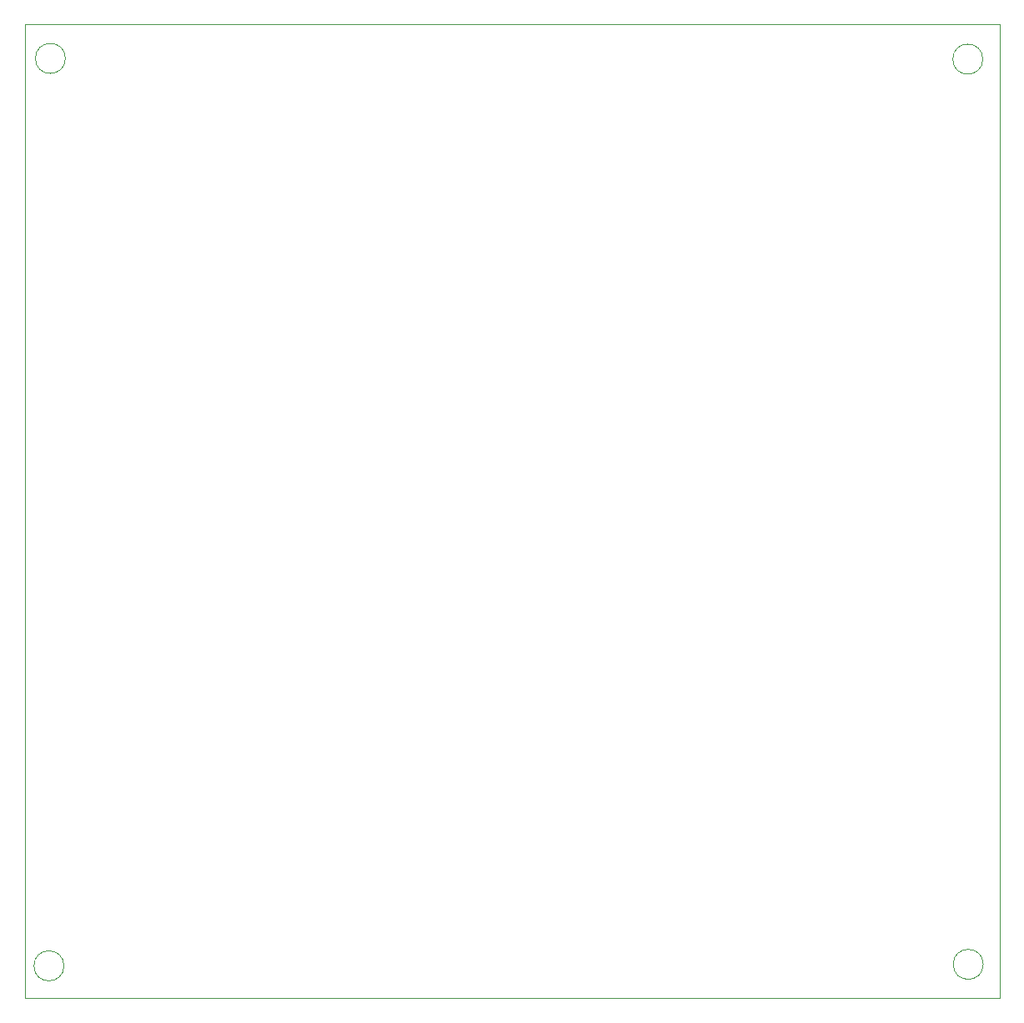
<source format=gbr>
%TF.GenerationSoftware,KiCad,Pcbnew,(6.0.2)*%
%TF.CreationDate,2022-05-05T17:12:40-07:00*%
%TF.ProjectId,Steve 68k,53746576-6520-4363-986b-2e6b69636164,rev?*%
%TF.SameCoordinates,Original*%
%TF.FileFunction,Profile,NP*%
%FSLAX46Y46*%
G04 Gerber Fmt 4.6, Leading zero omitted, Abs format (unit mm)*
G04 Created by KiCad (PCBNEW (6.0.2)) date 2022-05-05 17:12:40*
%MOMM*%
%LPD*%
G01*
G04 APERTURE LIST*
%TA.AperFunction,Profile*%
%ADD10C,0.100000*%
%TD*%
G04 APERTURE END LIST*
D10*
X67716400Y-132029200D02*
G75*
G03*
X67716400Y-132029200I-1524000J0D01*
G01*
X161010600Y-39954200D02*
G75*
G03*
X161010600Y-39954200I-1524000J0D01*
G01*
X67868800Y-39878000D02*
G75*
G03*
X67868800Y-39878000I-1524000J0D01*
G01*
X161061400Y-131876800D02*
G75*
G03*
X161061400Y-131876800I-1524000J0D01*
G01*
X63754000Y-36428600D02*
X162712400Y-36428600D01*
X162712400Y-36428600D02*
X162712400Y-135310800D01*
X162712400Y-135310800D02*
X63754000Y-135310800D01*
X63754000Y-135310800D02*
X63754000Y-36428600D01*
M02*

</source>
